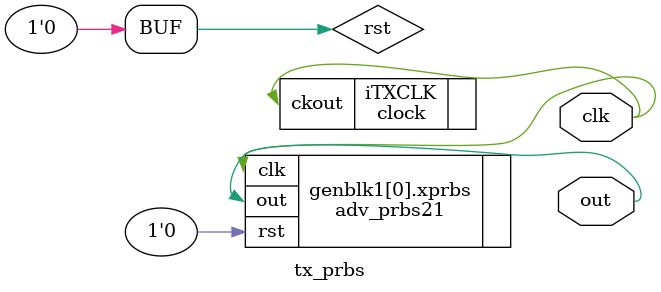
<source format=sv>
`include "mLingua_pwl.vh"

`default_nettype none

module tx_prbs #(
	parameter real freq=16e9,
	parameter integer sym_bitwidth = 1,
	parameter real td=66.2e-12
) (
	output wire logic clk,
	output wire logic [sym_bitwidth-1:0] out
);

	// Internal signals

	logic rst;

	// TX reset
	
	initial begin
		rst = 'b1;
		#(1ns);
		rst = 'b0;
	end

	// TX clock

	clock #(
		.freq(freq),
		.duty(0.5),
		.td(td)
	) iTXCLK (
		.ckout(clk)
	);

	// TX data

	genvar gi;
	generate 
		for(gi = 0; gi < sym_bitwidth; gi = gi + 1) begin
			adv_prbs21  #(
				.init('1 - gi)
			) xprbs (
				.clk(clk),
				.rst(rst),
				.out(out[gi])
			); 
		end
	endgenerate 
endmodule

`default_nettype wire

</source>
